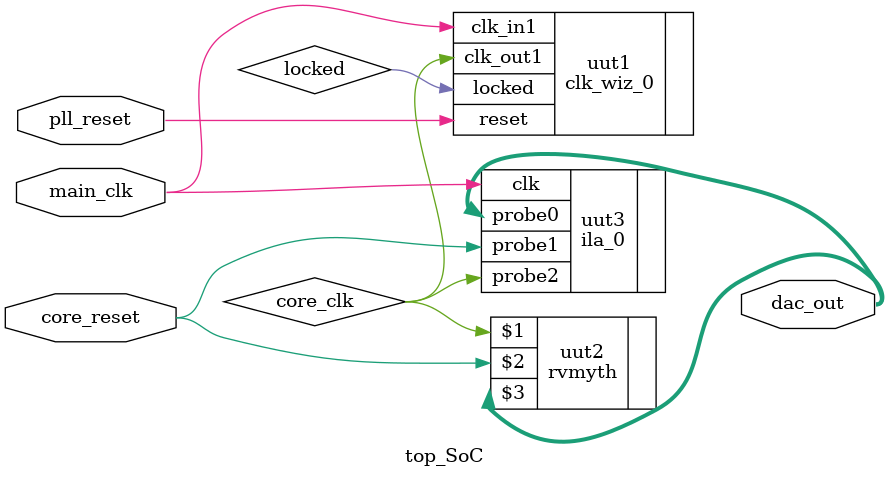
<source format=v>
`timescale 1ns / 1ps
module top_SoC(main_clk,pll_reset,core_reset,dac_out);

input main_clk;
input pll_reset,core_reset;
output [7:0] dac_out;

wire locked;
wire core_clk;

clk_wiz_0 uut1
   (
    // Clock out ports
    .clk_out1(core_clk),     // output clk_out1
    // Status and control signals
    .reset(pll_reset), // input reset
    .locked(locked),       // output locked
   // Clock in ports
    .clk_in1(main_clk));
    
rvmyth uut2 (core_clk,core_reset,dac_out);  
    
ila_0 uut3 (
	.clk(main_clk), // input wire clk	 
	.probe0(dac_out), // input wire [7:0]  probe0	
	.probe1(core_reset), // input wire [0:0] probe1
	.probe2(core_clk) // input wire [0:0] probe2
	
);    
    
endmodule

</source>
